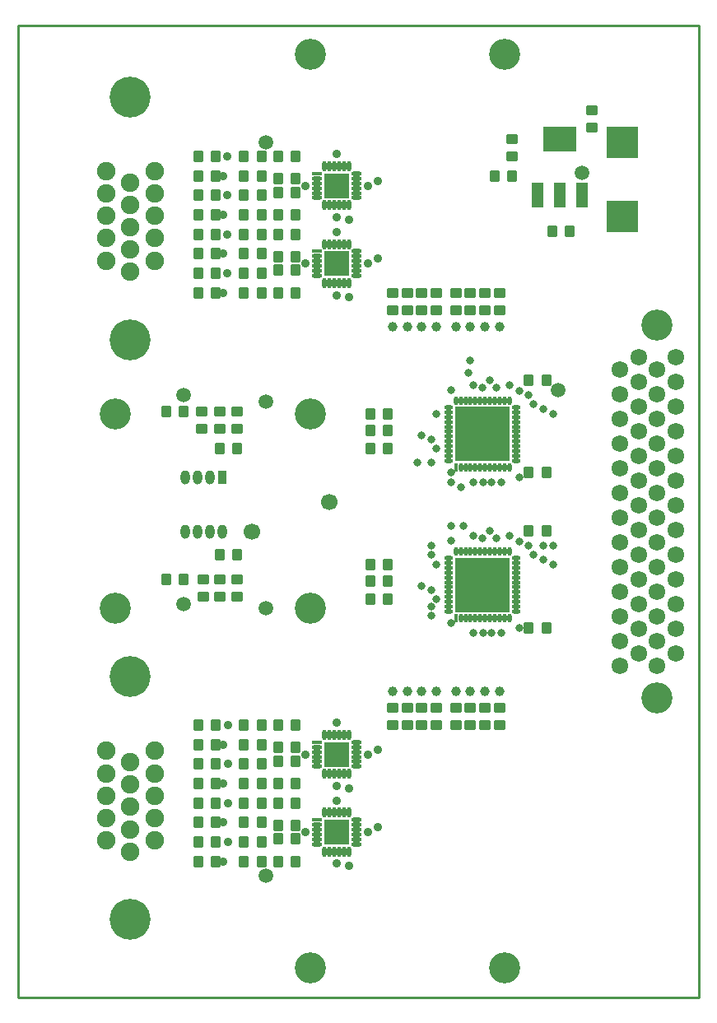
<source format=gts>
%FSAX43Y43*%
%MOMM*%
G71*
G01*
G75*
G04 Layer_Color=8388736*
%ADD10C,0.200*%
G04:AMPARAMS|DCode=11|XSize=0.8mm|YSize=1mm|CornerRadius=0.08mm|HoleSize=0mm|Usage=FLASHONLY|Rotation=180.000|XOffset=0mm|YOffset=0mm|HoleType=Round|Shape=RoundedRectangle|*
%AMROUNDEDRECTD11*
21,1,0.800,0.840,0,0,180.0*
21,1,0.640,1.000,0,0,180.0*
1,1,0.160,-0.320,0.420*
1,1,0.160,0.320,0.420*
1,1,0.160,0.320,-0.420*
1,1,0.160,-0.320,-0.420*
%
%ADD11ROUNDEDRECTD11*%
%ADD12R,3.048X3.048*%
G04:AMPARAMS|DCode=13|XSize=0.8mm|YSize=1mm|CornerRadius=0.08mm|HoleSize=0mm|Usage=FLASHONLY|Rotation=270.000|XOffset=0mm|YOffset=0mm|HoleType=Round|Shape=RoundedRectangle|*
%AMROUNDEDRECTD13*
21,1,0.800,0.840,0,0,270.0*
21,1,0.640,1.000,0,0,270.0*
1,1,0.160,-0.420,-0.320*
1,1,0.160,-0.420,0.320*
1,1,0.160,0.420,0.320*
1,1,0.160,0.420,-0.320*
%
%ADD13ROUNDEDRECTD13*%
%ADD14R,3.300X2.400*%
%ADD15R,1.000X2.400*%
%ADD16R,5.500X5.500*%
%ADD17R,0.250X0.750*%
%ADD18O,0.250X0.750*%
%ADD19O,0.750X0.250*%
%ADD20R,2.340X2.340*%
%ADD21R,0.900X0.250*%
%ADD22O,0.900X0.250*%
%ADD23O,0.250X0.900*%
%ADD24O,0.762X1.270*%
%ADD25R,0.762X1.270*%
%ADD26C,0.500*%
%ADD27C,0.400*%
%ADD28C,0.175*%
%ADD29C,1.700*%
%ADD30C,4.000*%
%ADD31C,1.524*%
%ADD32C,3.000*%
%ADD33C,0.700*%
%ADD34C,1.500*%
%ADD35C,1.300*%
%ADD36C,0.600*%
%ADD37C,0.800*%
G04:AMPARAMS|DCode=38|XSize=0.8mm|YSize=1mm|CornerRadius=0.08mm|HoleSize=0mm|Usage=FLASHONLY|Rotation=225.000|XOffset=0mm|YOffset=0mm|HoleType=Round|Shape=RoundedRectangle|*
%AMROUNDEDRECTD38*
21,1,0.800,0.840,0,0,225.0*
21,1,0.640,1.000,0,0,225.0*
1,1,0.160,-0.523,0.071*
1,1,0.160,-0.071,0.523*
1,1,0.160,0.523,-0.071*
1,1,0.160,0.071,-0.523*
%
%ADD38ROUNDEDRECTD38*%
G04:AMPARAMS|DCode=39|XSize=1mm|YSize=2mm|CornerRadius=0.1mm|HoleSize=0mm|Usage=FLASHONLY|Rotation=270.000|XOffset=0mm|YOffset=0mm|HoleType=Round|Shape=RoundedRectangle|*
%AMROUNDEDRECTD39*
21,1,1.000,1.800,0,0,270.0*
21,1,0.800,2.000,0,0,270.0*
1,1,0.200,-0.900,-0.400*
1,1,0.200,-0.900,0.400*
1,1,0.200,0.900,0.400*
1,1,0.200,0.900,-0.400*
%
%ADD39ROUNDEDRECTD39*%
G04:AMPARAMS|DCode=40|XSize=1mm|YSize=2mm|CornerRadius=0.1mm|HoleSize=0mm|Usage=FLASHONLY|Rotation=0.000|XOffset=0mm|YOffset=0mm|HoleType=Round|Shape=RoundedRectangle|*
%AMROUNDEDRECTD40*
21,1,1.000,1.800,0,0,0.0*
21,1,0.800,2.000,0,0,0.0*
1,1,0.200,0.400,-0.900*
1,1,0.200,-0.400,-0.900*
1,1,0.200,-0.400,0.900*
1,1,0.200,0.400,0.900*
%
%ADD40ROUNDEDRECTD40*%
%ADD41C,0.250*%
%ADD42C,0.203*%
%ADD43C,0.100*%
%ADD44C,0.254*%
G04:AMPARAMS|DCode=45|XSize=1mm|YSize=1.2mm|CornerRadius=0.18mm|HoleSize=0mm|Usage=FLASHONLY|Rotation=180.000|XOffset=0mm|YOffset=0mm|HoleType=Round|Shape=RoundedRectangle|*
%AMROUNDEDRECTD45*
21,1,1.000,0.840,0,0,180.0*
21,1,0.640,1.200,0,0,180.0*
1,1,0.360,-0.320,0.420*
1,1,0.360,0.320,0.420*
1,1,0.360,0.320,-0.420*
1,1,0.360,-0.320,-0.420*
%
%ADD45ROUNDEDRECTD45*%
%ADD46R,3.248X3.248*%
G04:AMPARAMS|DCode=47|XSize=1mm|YSize=1.2mm|CornerRadius=0.18mm|HoleSize=0mm|Usage=FLASHONLY|Rotation=270.000|XOffset=0mm|YOffset=0mm|HoleType=Round|Shape=RoundedRectangle|*
%AMROUNDEDRECTD47*
21,1,1.000,0.840,0,0,270.0*
21,1,0.640,1.200,0,0,270.0*
1,1,0.360,-0.420,-0.320*
1,1,0.360,-0.420,0.320*
1,1,0.360,0.420,0.320*
1,1,0.360,0.420,-0.320*
%
%ADD47ROUNDEDRECTD47*%
%ADD48R,3.500X2.600*%
%ADD49R,1.200X2.600*%
%ADD50R,5.700X5.700*%
%ADD51R,0.450X0.950*%
%ADD52O,0.450X0.950*%
%ADD53O,0.950X0.450*%
%ADD54R,2.540X2.540*%
%ADD55R,1.100X0.450*%
%ADD56O,1.100X0.450*%
%ADD57O,0.450X1.100*%
%ADD58O,0.962X1.470*%
%ADD59R,0.962X1.470*%
%ADD60C,1.900*%
%ADD61C,4.200*%
%ADD62C,1.724*%
%ADD63C,3.200*%
%ADD64C,0.900*%
%ADD65C,0.800*%
%ADD66C,1.000*%
G54D29*
X0057000Y0091000D02*
D03*
X0049000Y0087900D02*
D03*
G54D34*
X0080500Y0102500D02*
D03*
X0074500Y0084200D02*
D03*
X0042000Y0080500D02*
D03*
X0050500Y0080000D02*
D03*
X0042000Y0102000D02*
D03*
X0071000Y0099700D02*
D03*
X0074500D02*
D03*
Y0096200D02*
D03*
X0071000D02*
D03*
X0072800Y0098000D02*
D03*
Y0082500D02*
D03*
X0050500Y0128000D02*
D03*
Y0052500D02*
D03*
X0057800Y0123500D02*
D03*
Y0115500D02*
D03*
Y0065000D02*
D03*
Y0057000D02*
D03*
X0071000Y0080700D02*
D03*
X0074500D02*
D03*
X0071000Y0084200D02*
D03*
X0050500Y0101300D02*
D03*
X0083000Y0124800D02*
D03*
G54D44*
X0025000Y0040000D02*
Y0140000D01*
Y0040000D02*
X0095000D01*
Y0140000D01*
X0025000D02*
X0095000D01*
G54D45*
X0061200Y0082800D02*
D03*
X0063000D02*
D03*
X0040200Y0083000D02*
D03*
X0042000D02*
D03*
X0045700Y0085500D02*
D03*
X0047500D02*
D03*
X0042000Y0100300D02*
D03*
X0040200D02*
D03*
X0047500Y0096500D02*
D03*
X0045700D02*
D03*
X0063000Y0100000D02*
D03*
X0061200D02*
D03*
Y0084500D02*
D03*
X0063000D02*
D03*
X0079900Y0118800D02*
D03*
X0081700D02*
D03*
X0079300Y0094000D02*
D03*
X0077500D02*
D03*
Y0088000D02*
D03*
X0079300D02*
D03*
Y0078000D02*
D03*
X0077500D02*
D03*
X0061200Y0081000D02*
D03*
X0063000D02*
D03*
X0045300Y0126500D02*
D03*
X0043500D02*
D03*
Y0124500D02*
D03*
X0045300D02*
D03*
Y0122500D02*
D03*
X0043500D02*
D03*
Y0120500D02*
D03*
X0045300D02*
D03*
Y0118500D02*
D03*
X0043500D02*
D03*
Y0116500D02*
D03*
X0045300D02*
D03*
Y0114500D02*
D03*
X0043500D02*
D03*
Y0112500D02*
D03*
X0045300D02*
D03*
Y0068000D02*
D03*
X0043500D02*
D03*
Y0066000D02*
D03*
X0045300D02*
D03*
Y0064000D02*
D03*
X0043500D02*
D03*
Y0062000D02*
D03*
X0045300D02*
D03*
Y0060000D02*
D03*
X0043500D02*
D03*
Y0058000D02*
D03*
X0045300D02*
D03*
Y0056000D02*
D03*
X0043500D02*
D03*
Y0054000D02*
D03*
X0045300D02*
D03*
X0063000Y0096500D02*
D03*
X0061200D02*
D03*
X0077500Y0103500D02*
D03*
X0079300D02*
D03*
X0050000Y0126500D02*
D03*
X0048200D02*
D03*
Y0124500D02*
D03*
X0050000D02*
D03*
Y0122500D02*
D03*
X0048200D02*
D03*
Y0120500D02*
D03*
X0050000D02*
D03*
Y0118500D02*
D03*
X0048200D02*
D03*
Y0116500D02*
D03*
X0050000D02*
D03*
Y0114500D02*
D03*
X0048200D02*
D03*
Y0112500D02*
D03*
X0050000D02*
D03*
X0051700Y0126500D02*
D03*
X0053500D02*
D03*
X0051700Y0124200D02*
D03*
X0053500D02*
D03*
X0051700Y0122800D02*
D03*
X0053500D02*
D03*
X0051700Y0120500D02*
D03*
X0053500D02*
D03*
X0051700Y0118500D02*
D03*
X0053500D02*
D03*
X0051700Y0116200D02*
D03*
X0053500D02*
D03*
X0051700Y0114800D02*
D03*
X0053500D02*
D03*
X0051700Y0112500D02*
D03*
X0053500D02*
D03*
X0050000Y0068000D02*
D03*
X0048200D02*
D03*
Y0066000D02*
D03*
X0050000D02*
D03*
Y0064000D02*
D03*
X0048200D02*
D03*
Y0062000D02*
D03*
X0050000D02*
D03*
Y0060000D02*
D03*
X0048200D02*
D03*
Y0058000D02*
D03*
X0050000D02*
D03*
Y0056000D02*
D03*
X0048200D02*
D03*
Y0054000D02*
D03*
X0050000D02*
D03*
X0051700Y0068000D02*
D03*
X0053500D02*
D03*
X0051700Y0065700D02*
D03*
X0053500D02*
D03*
X0051700Y0064300D02*
D03*
X0053500D02*
D03*
X0051700Y0062000D02*
D03*
X0053500D02*
D03*
X0051700Y0060000D02*
D03*
X0053500D02*
D03*
X0051700Y0057700D02*
D03*
X0053500D02*
D03*
X0051700Y0056300D02*
D03*
X0053500D02*
D03*
X0051700Y0054000D02*
D03*
X0053500D02*
D03*
X0061200Y0098300D02*
D03*
X0063000D02*
D03*
X0075800Y0124500D02*
D03*
X0074000D02*
D03*
G54D46*
X0087100Y0120380D02*
D03*
Y0128000D02*
D03*
G54D47*
X0044000Y0083000D02*
D03*
Y0081200D02*
D03*
X0045690D02*
D03*
Y0083000D02*
D03*
X0047490Y0081200D02*
D03*
Y0083000D02*
D03*
X0043900Y0100300D02*
D03*
Y0098500D02*
D03*
X0045700D02*
D03*
Y0100300D02*
D03*
X0047500Y0098500D02*
D03*
Y0100300D02*
D03*
X0084000Y0129500D02*
D03*
Y0131300D02*
D03*
X0074500Y0112500D02*
D03*
Y0110700D02*
D03*
X0073000Y0110700D02*
D03*
Y0112500D02*
D03*
X0071500Y0112500D02*
D03*
Y0110700D02*
D03*
X0070000D02*
D03*
Y0112500D02*
D03*
X0068000D02*
D03*
Y0110700D02*
D03*
X0066500D02*
D03*
Y0112500D02*
D03*
X0065000D02*
D03*
Y0110700D02*
D03*
X0063500D02*
D03*
Y0112500D02*
D03*
Y0068000D02*
D03*
Y0069800D02*
D03*
X0065000D02*
D03*
Y0068000D02*
D03*
X0066500D02*
D03*
Y0069800D02*
D03*
X0068000D02*
D03*
Y0068000D02*
D03*
X0070000D02*
D03*
Y0069800D02*
D03*
X0071500D02*
D03*
Y0068000D02*
D03*
X0073000D02*
D03*
Y0069800D02*
D03*
X0074500D02*
D03*
Y0068000D02*
D03*
X0075800Y0128300D02*
D03*
Y0126500D02*
D03*
G54D48*
X0080700Y0128300D02*
D03*
G54D49*
X0083000Y0122500D02*
D03*
X0080700D02*
D03*
X0078400D02*
D03*
G54D50*
X0072750Y0082450D02*
D03*
Y0097950D02*
D03*
G54D51*
X0070000Y0079000D02*
D03*
Y0094500D02*
D03*
G54D52*
X0070500Y0079000D02*
D03*
X0071000D02*
D03*
X0071500D02*
D03*
X0072000D02*
D03*
X0072500D02*
D03*
X0073000D02*
D03*
X0073500D02*
D03*
X0074000D02*
D03*
X0074500D02*
D03*
X0075000D02*
D03*
X0075500D02*
D03*
Y0085900D02*
D03*
X0075000D02*
D03*
X0074500D02*
D03*
X0074000D02*
D03*
X0073500D02*
D03*
X0073000D02*
D03*
X0072500D02*
D03*
X0072000D02*
D03*
X0071500D02*
D03*
X0071000D02*
D03*
X0070500D02*
D03*
X0070000D02*
D03*
X0070500Y0094500D02*
D03*
X0071000D02*
D03*
X0071500D02*
D03*
X0072000D02*
D03*
X0072500D02*
D03*
X0073000D02*
D03*
X0073500D02*
D03*
X0074000D02*
D03*
X0074500D02*
D03*
X0075000D02*
D03*
X0075500D02*
D03*
Y0101400D02*
D03*
X0075000D02*
D03*
X0074500D02*
D03*
X0074000D02*
D03*
X0073500D02*
D03*
X0073000D02*
D03*
X0072500D02*
D03*
X0072000D02*
D03*
X0071500D02*
D03*
X0071000D02*
D03*
X0070500D02*
D03*
X0070000D02*
D03*
G54D53*
X0076200Y0079700D02*
D03*
Y0080200D02*
D03*
Y0080700D02*
D03*
Y0081200D02*
D03*
Y0081700D02*
D03*
Y0082200D02*
D03*
Y0082700D02*
D03*
Y0083200D02*
D03*
Y0083700D02*
D03*
Y0084200D02*
D03*
Y0084700D02*
D03*
Y0085200D02*
D03*
X0069294D02*
D03*
Y0084700D02*
D03*
Y0084200D02*
D03*
Y0083700D02*
D03*
Y0083200D02*
D03*
Y0082700D02*
D03*
Y0082200D02*
D03*
Y0081700D02*
D03*
Y0081200D02*
D03*
Y0080700D02*
D03*
Y0080200D02*
D03*
Y0079700D02*
D03*
X0076200Y0095200D02*
D03*
Y0095700D02*
D03*
Y0096200D02*
D03*
Y0096700D02*
D03*
Y0097200D02*
D03*
Y0097700D02*
D03*
Y0098200D02*
D03*
Y0098700D02*
D03*
Y0099200D02*
D03*
Y0099700D02*
D03*
Y0100200D02*
D03*
Y0100700D02*
D03*
X0069294D02*
D03*
Y0100200D02*
D03*
Y0099700D02*
D03*
Y0099200D02*
D03*
Y0098700D02*
D03*
Y0098200D02*
D03*
Y0097700D02*
D03*
Y0097200D02*
D03*
Y0096700D02*
D03*
Y0096200D02*
D03*
Y0095700D02*
D03*
Y0095200D02*
D03*
G54D54*
X0057750Y0057000D02*
D03*
Y0065000D02*
D03*
Y0123500D02*
D03*
Y0115500D02*
D03*
G54D55*
X0055750Y0058250D02*
D03*
Y0066250D02*
D03*
Y0124750D02*
D03*
Y0116750D02*
D03*
G54D56*
Y0057750D02*
D03*
Y0057250D02*
D03*
Y0056750D02*
D03*
Y0056250D02*
D03*
Y0055750D02*
D03*
X0059750D02*
D03*
Y0056250D02*
D03*
Y0056750D02*
D03*
Y0057250D02*
D03*
Y0057750D02*
D03*
Y0058250D02*
D03*
Y0066250D02*
D03*
Y0065750D02*
D03*
Y0065250D02*
D03*
Y0064750D02*
D03*
Y0064250D02*
D03*
Y0063750D02*
D03*
X0055750D02*
D03*
Y0064250D02*
D03*
Y0064750D02*
D03*
Y0065250D02*
D03*
Y0065750D02*
D03*
X0059750Y0124750D02*
D03*
Y0124250D02*
D03*
Y0123750D02*
D03*
Y0123250D02*
D03*
Y0122750D02*
D03*
Y0122250D02*
D03*
X0055750D02*
D03*
Y0122750D02*
D03*
Y0123250D02*
D03*
Y0123750D02*
D03*
Y0124250D02*
D03*
Y0116250D02*
D03*
Y0115750D02*
D03*
Y0115250D02*
D03*
Y0114750D02*
D03*
Y0114250D02*
D03*
X0059750D02*
D03*
Y0114750D02*
D03*
Y0115250D02*
D03*
Y0115750D02*
D03*
Y0116250D02*
D03*
Y0116750D02*
D03*
G54D57*
X0056500Y0055000D02*
D03*
X0057000D02*
D03*
X0057500D02*
D03*
X0058000D02*
D03*
X0058500D02*
D03*
X0059000D02*
D03*
Y0059000D02*
D03*
X0058500D02*
D03*
X0058000D02*
D03*
X0057500D02*
D03*
X0057000D02*
D03*
X0056500D02*
D03*
Y0067000D02*
D03*
X0057000D02*
D03*
X0057500D02*
D03*
X0058000D02*
D03*
X0058500D02*
D03*
X0059000D02*
D03*
Y0063000D02*
D03*
X0058500D02*
D03*
X0058000D02*
D03*
X0057500D02*
D03*
X0057000D02*
D03*
X0056500D02*
D03*
Y0125500D02*
D03*
X0057000D02*
D03*
X0057500D02*
D03*
X0058000D02*
D03*
X0058500D02*
D03*
X0059000D02*
D03*
Y0121500D02*
D03*
X0058500D02*
D03*
X0058000D02*
D03*
X0057500D02*
D03*
X0057000D02*
D03*
X0056500D02*
D03*
Y0113500D02*
D03*
X0057000D02*
D03*
X0057500D02*
D03*
X0058000D02*
D03*
X0058500D02*
D03*
X0059000D02*
D03*
Y0117500D02*
D03*
X0058500D02*
D03*
X0058000D02*
D03*
X0057500D02*
D03*
X0057000D02*
D03*
X0056500D02*
D03*
G54D58*
X0046000Y0087912D02*
D03*
X0044730D02*
D03*
X0043460D02*
D03*
X0042190D02*
D03*
Y0093500D02*
D03*
X0043460D02*
D03*
X0044730D02*
D03*
G54D59*
X0046000D02*
D03*
G54D60*
X0039000Y0125000D02*
D03*
X0036500Y0123850D02*
D03*
X0034000Y0125000D02*
D03*
Y0120400D02*
D03*
X0036500Y0119250D02*
D03*
X0039000Y0120400D02*
D03*
Y0115800D02*
D03*
X0036500Y0114650D02*
D03*
X0034000Y0115800D02*
D03*
Y0118100D02*
D03*
X0036500Y0116950D02*
D03*
X0039000Y0118100D02*
D03*
X0034000Y0122700D02*
D03*
X0036500Y0121550D02*
D03*
X0039000Y0122700D02*
D03*
Y0065350D02*
D03*
X0036500Y0064200D02*
D03*
X0034000Y0065350D02*
D03*
Y0060750D02*
D03*
X0036500Y0059600D02*
D03*
X0039000Y0060750D02*
D03*
Y0056150D02*
D03*
X0036500Y0055000D02*
D03*
X0034000Y0056150D02*
D03*
Y0058450D02*
D03*
X0036500Y0057300D02*
D03*
X0039000Y0058450D02*
D03*
X0034000Y0063050D02*
D03*
X0036500Y0061900D02*
D03*
X0039000Y0063050D02*
D03*
G54D61*
X0036460Y0132650D02*
D03*
Y0107650D02*
D03*
Y0073000D02*
D03*
Y0048000D02*
D03*
G54D62*
X0092607Y0075405D02*
D03*
Y0105885D02*
D03*
Y0103345D02*
D03*
Y0100805D02*
D03*
Y0098265D02*
D03*
Y0095725D02*
D03*
Y0093185D02*
D03*
Y0090645D02*
D03*
Y0088105D02*
D03*
Y0085565D02*
D03*
Y0083025D02*
D03*
Y0080485D02*
D03*
Y0077945D02*
D03*
X0090702Y0076675D02*
D03*
Y0079215D02*
D03*
Y0081755D02*
D03*
Y0084295D02*
D03*
Y0086835D02*
D03*
Y0089375D02*
D03*
Y0091915D02*
D03*
Y0094455D02*
D03*
Y0096995D02*
D03*
Y0099535D02*
D03*
Y0102075D02*
D03*
Y0104615D02*
D03*
Y0074135D02*
D03*
X0086892D02*
D03*
Y0104615D02*
D03*
Y0102075D02*
D03*
Y0099535D02*
D03*
Y0096995D02*
D03*
Y0094455D02*
D03*
Y0091915D02*
D03*
Y0089375D02*
D03*
Y0086835D02*
D03*
Y0084295D02*
D03*
Y0081755D02*
D03*
Y0079215D02*
D03*
Y0076675D02*
D03*
X0088797Y0077945D02*
D03*
Y0080485D02*
D03*
Y0083025D02*
D03*
Y0085565D02*
D03*
Y0088105D02*
D03*
Y0090645D02*
D03*
Y0093185D02*
D03*
Y0095725D02*
D03*
Y0098265D02*
D03*
Y0100805D02*
D03*
Y0103345D02*
D03*
Y0105885D02*
D03*
Y0075405D02*
D03*
G54D63*
X0090702Y0070825D02*
D03*
Y0109195D02*
D03*
X0075000Y0043000D02*
D03*
Y0137000D02*
D03*
X0035000Y0080000D02*
D03*
Y0100000D02*
D03*
X0055000D02*
D03*
Y0080000D02*
D03*
Y0137000D02*
D03*
Y0043000D02*
D03*
G54D64*
X0062000Y0124000D02*
D03*
X0046100Y0054000D02*
D03*
Y0058000D02*
D03*
Y0062000D02*
D03*
Y0066000D02*
D03*
Y0112500D02*
D03*
Y0116500D02*
D03*
Y0120500D02*
D03*
X0046532Y0068000D02*
D03*
Y0060000D02*
D03*
Y0064000D02*
D03*
X0059000Y0120000D02*
D03*
X0062000Y0065500D02*
D03*
X0059000Y0061500D02*
D03*
X0062000Y0057500D02*
D03*
X0059000Y0053500D02*
D03*
X0057750Y0126750D02*
D03*
X0061000Y0123500D02*
D03*
X0057750Y0120250D02*
D03*
X0054500Y0123500D02*
D03*
X0062000Y0116000D02*
D03*
X0059000Y0112000D02*
D03*
X0054500Y0115500D02*
D03*
X0057750Y0112250D02*
D03*
X0061000Y0115500D02*
D03*
X0057750Y0118750D02*
D03*
X0057750Y0061750D02*
D03*
X0061000Y0065000D02*
D03*
X0057750Y0068250D02*
D03*
X0057750Y0053750D02*
D03*
X0061000Y0057000D02*
D03*
X0057750Y0060250D02*
D03*
X0054500Y0057000D02*
D03*
Y0065000D02*
D03*
X0046500Y0126500D02*
D03*
Y0122500D02*
D03*
Y0118500D02*
D03*
Y0114500D02*
D03*
X0046532Y0056000D02*
D03*
X0046100Y0124500D02*
D03*
G54D65*
X0072800Y0093000D02*
D03*
X0073700D02*
D03*
X0080000Y0086500D02*
D03*
X0079000D02*
D03*
X0072700Y0102700D02*
D03*
X0074200D02*
D03*
X0069500Y0093000D02*
D03*
X0070500Y0092500D02*
D03*
X0067500Y0085500D02*
D03*
Y0086500D02*
D03*
X0069500Y0088500D02*
D03*
X0070800D02*
D03*
X0067500Y0080200D02*
D03*
X0067500Y0079300D02*
D03*
Y0097400D02*
D03*
X0066500Y0097800D02*
D03*
Y0082300D02*
D03*
X0067500Y0081900D02*
D03*
X0069500Y0078500D02*
D03*
X0074700Y0077500D02*
D03*
X0071800D02*
D03*
X0075500Y0087500D02*
D03*
X0071800D02*
D03*
X0069500Y0087000D02*
D03*
X0068000Y0084500D02*
D03*
Y0081000D02*
D03*
X0071500Y0105500D02*
D03*
X0071250Y0104250D02*
D03*
X0068000Y0096500D02*
D03*
X0067500Y0095000D02*
D03*
X0066000D02*
D03*
X0068000Y0100000D02*
D03*
X0069500Y0102500D02*
D03*
X0071800Y0103000D02*
D03*
X0075500D02*
D03*
X0071800Y0093000D02*
D03*
X0074700D02*
D03*
X0072800Y0077500D02*
D03*
X0073700D02*
D03*
X0069500Y0094000D02*
D03*
X0072700Y0102700D02*
D03*
X0073500Y0103500D02*
D03*
X0074200Y0102700D02*
D03*
Y0087200D02*
D03*
X0073500Y0088000D02*
D03*
X0072700Y0087200D02*
D03*
X0079000Y0085000D02*
D03*
X0080000Y0084500D02*
D03*
Y0100000D02*
D03*
X0079000Y0100500D02*
D03*
X0078000Y0101000D02*
D03*
X0076500Y0093500D02*
D03*
X0076500Y0102400D02*
D03*
X0077500Y0102000D02*
D03*
Y0086500D02*
D03*
X0076500Y0086900D02*
D03*
X0078000Y0085500D02*
D03*
X0076500Y0078000D02*
D03*
G54D66*
X0063500Y0109000D02*
D03*
X0065000D02*
D03*
X0066500D02*
D03*
X0068000D02*
D03*
X0070000D02*
D03*
X0071500D02*
D03*
X0073000D02*
D03*
X0074500D02*
D03*
X0063500Y0071500D02*
D03*
X0065000D02*
D03*
X0066500D02*
D03*
X0068000D02*
D03*
X0070000D02*
D03*
X0071500D02*
D03*
X0073000D02*
D03*
X0074500D02*
D03*
M02*

</source>
